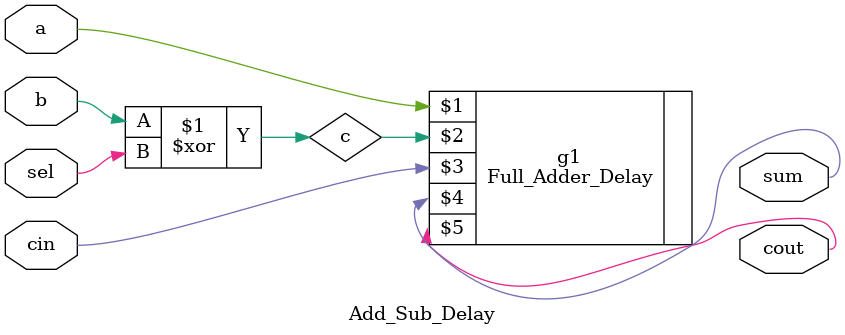
<source format=v>
/*--  *******************************************************
--  Computer Architecture Course, Laboratory Sources 
--  Amirkabir University of Technology (Tehran Polytechnic)
--  Department of Computer Engineering (CE-AUT)
--  https://ce[dot]aut[dot]ac[dot]ir
--  *******************************************************
--  All Rights reserved (C) 2019-2020
--  *******************************************************
--  Student ID  : 9831068
--  Student Name: Farshid Nooshi
--  Student Mail: farshidnooshi726@aut.ac.ir
--  *******************************************************
--  Additional Comments:
--
--*/

/*-----------------------------------------------------------
---  Module Name: Single Bit Adder/Subtractor with Delay
---  Description: Lab 07 Part 1
-----------------------------------------------------------*/
`timescale 1 ns/1 ns


module Add_Sub_Delay(
		input a ,
		input b ,
		input cin ,
		input sel ,
		output sum ,
		output cout
   );

	wire c;
	assign #10 c = b ^ sel;
	
	Full_Adder_Delay g1(a,c,cin,sum,cout);


endmodule

</source>
